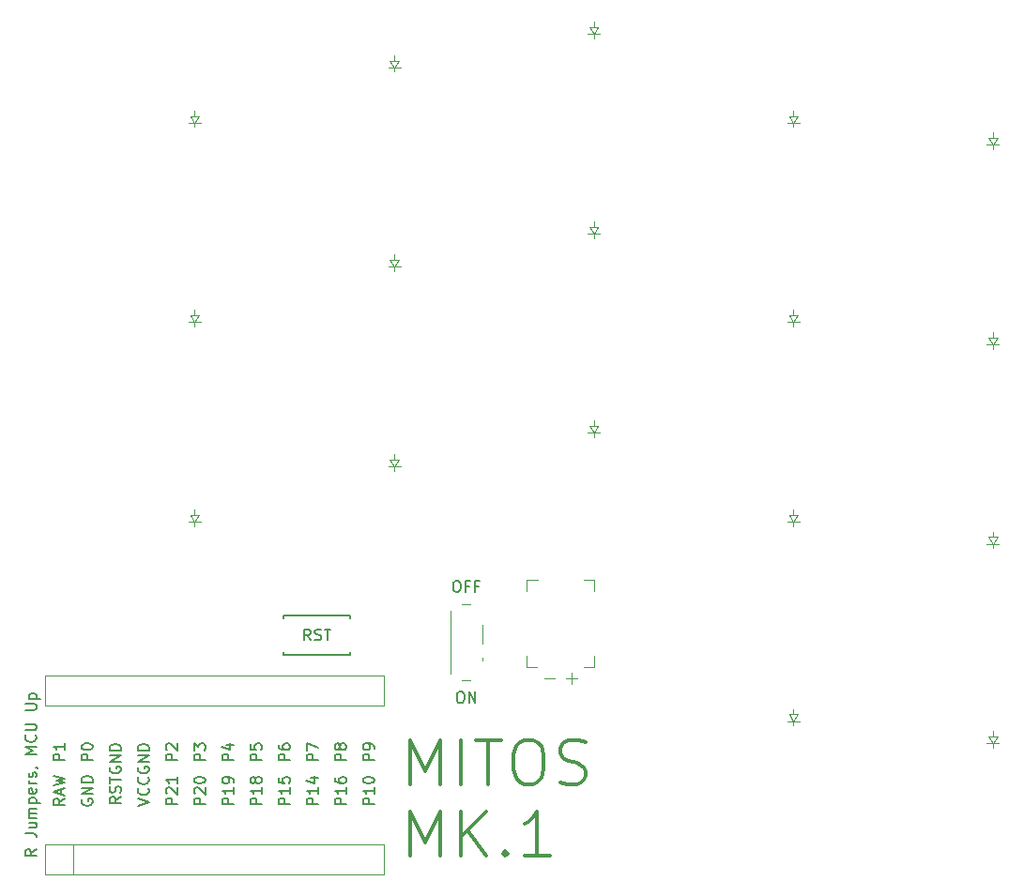
<source format=gbr>
%TF.GenerationSoftware,KiCad,Pcbnew,8.0.4*%
%TF.CreationDate,2024-08-16T23:13:17+08:00*%
%TF.ProjectId,board,626f6172-642e-46b6-9963-61645f706362,v1.0.0*%
%TF.SameCoordinates,Original*%
%TF.FileFunction,Legend,Top*%
%TF.FilePolarity,Positive*%
%FSLAX46Y46*%
G04 Gerber Fmt 4.6, Leading zero omitted, Abs format (unit mm)*
G04 Created by KiCad (PCBNEW 8.0.4) date 2024-08-16 23:13:17*
%MOMM*%
%LPD*%
G01*
G04 APERTURE LIST*
%ADD10C,0.375000*%
%ADD11C,0.150000*%
%ADD12C,0.120000*%
%ADD13C,0.100000*%
G04 APERTURE END LIST*
D10*
X201449090Y-177801200D02*
X201449090Y-173801200D01*
X201449090Y-173801200D02*
X202782424Y-176658343D01*
X202782424Y-176658343D02*
X204115757Y-173801200D01*
X204115757Y-173801200D02*
X204115757Y-177801200D01*
X206020519Y-177801200D02*
X206020519Y-173801200D01*
X207353853Y-173801200D02*
X209639567Y-173801200D01*
X208496710Y-177801200D02*
X208496710Y-173801200D01*
X211734805Y-173801200D02*
X212496710Y-173801200D01*
X212496710Y-173801200D02*
X212877662Y-173991676D01*
X212877662Y-173991676D02*
X213258615Y-174372628D01*
X213258615Y-174372628D02*
X213449091Y-175134533D01*
X213449091Y-175134533D02*
X213449091Y-176467866D01*
X213449091Y-176467866D02*
X213258615Y-177229771D01*
X213258615Y-177229771D02*
X212877662Y-177610724D01*
X212877662Y-177610724D02*
X212496710Y-177801200D01*
X212496710Y-177801200D02*
X211734805Y-177801200D01*
X211734805Y-177801200D02*
X211353853Y-177610724D01*
X211353853Y-177610724D02*
X210972900Y-177229771D01*
X210972900Y-177229771D02*
X210782424Y-176467866D01*
X210782424Y-176467866D02*
X210782424Y-175134533D01*
X210782424Y-175134533D02*
X210972900Y-174372628D01*
X210972900Y-174372628D02*
X211353853Y-173991676D01*
X211353853Y-173991676D02*
X211734805Y-173801200D01*
X214972900Y-177610724D02*
X215544329Y-177801200D01*
X215544329Y-177801200D02*
X216496710Y-177801200D01*
X216496710Y-177801200D02*
X216877662Y-177610724D01*
X216877662Y-177610724D02*
X217068138Y-177420247D01*
X217068138Y-177420247D02*
X217258615Y-177039295D01*
X217258615Y-177039295D02*
X217258615Y-176658343D01*
X217258615Y-176658343D02*
X217068138Y-176277390D01*
X217068138Y-176277390D02*
X216877662Y-176086914D01*
X216877662Y-176086914D02*
X216496710Y-175896438D01*
X216496710Y-175896438D02*
X215734805Y-175705962D01*
X215734805Y-175705962D02*
X215353853Y-175515485D01*
X215353853Y-175515485D02*
X215163376Y-175325009D01*
X215163376Y-175325009D02*
X214972900Y-174944057D01*
X214972900Y-174944057D02*
X214972900Y-174563104D01*
X214972900Y-174563104D02*
X215163376Y-174182152D01*
X215163376Y-174182152D02*
X215353853Y-173991676D01*
X215353853Y-173991676D02*
X215734805Y-173801200D01*
X215734805Y-173801200D02*
X216687186Y-173801200D01*
X216687186Y-173801200D02*
X217258615Y-173991676D01*
X201449090Y-184240976D02*
X201449090Y-180240976D01*
X201449090Y-180240976D02*
X202782424Y-183098119D01*
X202782424Y-183098119D02*
X204115757Y-180240976D01*
X204115757Y-180240976D02*
X204115757Y-184240976D01*
X206020519Y-184240976D02*
X206020519Y-180240976D01*
X208306234Y-184240976D02*
X206591948Y-181955261D01*
X208306234Y-180240976D02*
X206020519Y-182526690D01*
X210020519Y-183860023D02*
X210210996Y-184050500D01*
X210210996Y-184050500D02*
X210020519Y-184240976D01*
X210020519Y-184240976D02*
X209830043Y-184050500D01*
X209830043Y-184050500D02*
X210020519Y-183860023D01*
X210020519Y-183860023D02*
X210020519Y-184240976D01*
X214020520Y-184240976D02*
X211734805Y-184240976D01*
X212877662Y-184240976D02*
X212877662Y-180240976D01*
X212877662Y-180240976D02*
X212496710Y-180812404D01*
X212496710Y-180812404D02*
X212115758Y-181193357D01*
X212115758Y-181193357D02*
X211734805Y-181383833D01*
D11*
X205547619Y-159454819D02*
X205738095Y-159454819D01*
X205738095Y-159454819D02*
X205833333Y-159502438D01*
X205833333Y-159502438D02*
X205928571Y-159597676D01*
X205928571Y-159597676D02*
X205976190Y-159788152D01*
X205976190Y-159788152D02*
X205976190Y-160121485D01*
X205976190Y-160121485D02*
X205928571Y-160311961D01*
X205928571Y-160311961D02*
X205833333Y-160407200D01*
X205833333Y-160407200D02*
X205738095Y-160454819D01*
X205738095Y-160454819D02*
X205547619Y-160454819D01*
X205547619Y-160454819D02*
X205452381Y-160407200D01*
X205452381Y-160407200D02*
X205357143Y-160311961D01*
X205357143Y-160311961D02*
X205309524Y-160121485D01*
X205309524Y-160121485D02*
X205309524Y-159788152D01*
X205309524Y-159788152D02*
X205357143Y-159597676D01*
X205357143Y-159597676D02*
X205452381Y-159502438D01*
X205452381Y-159502438D02*
X205547619Y-159454819D01*
X206738095Y-159931009D02*
X206404762Y-159931009D01*
X206404762Y-160454819D02*
X206404762Y-159454819D01*
X206404762Y-159454819D02*
X206880952Y-159454819D01*
X207595238Y-159931009D02*
X207261905Y-159931009D01*
X207261905Y-160454819D02*
X207261905Y-159454819D01*
X207261905Y-159454819D02*
X207738095Y-159454819D01*
X205880952Y-169454819D02*
X206071428Y-169454819D01*
X206071428Y-169454819D02*
X206166666Y-169502438D01*
X206166666Y-169502438D02*
X206261904Y-169597676D01*
X206261904Y-169597676D02*
X206309523Y-169788152D01*
X206309523Y-169788152D02*
X206309523Y-170121485D01*
X206309523Y-170121485D02*
X206261904Y-170311961D01*
X206261904Y-170311961D02*
X206166666Y-170407200D01*
X206166666Y-170407200D02*
X206071428Y-170454819D01*
X206071428Y-170454819D02*
X205880952Y-170454819D01*
X205880952Y-170454819D02*
X205785714Y-170407200D01*
X205785714Y-170407200D02*
X205690476Y-170311961D01*
X205690476Y-170311961D02*
X205642857Y-170121485D01*
X205642857Y-170121485D02*
X205642857Y-169788152D01*
X205642857Y-169788152D02*
X205690476Y-169597676D01*
X205690476Y-169597676D02*
X205785714Y-169502438D01*
X205785714Y-169502438D02*
X205880952Y-169454819D01*
X206738095Y-170454819D02*
X206738095Y-169454819D01*
X206738095Y-169454819D02*
X207309523Y-170454819D01*
X207309523Y-170454819D02*
X207309523Y-169454819D01*
X192452380Y-164804819D02*
X192119047Y-164328628D01*
X191880952Y-164804819D02*
X191880952Y-163804819D01*
X191880952Y-163804819D02*
X192261904Y-163804819D01*
X192261904Y-163804819D02*
X192357142Y-163852438D01*
X192357142Y-163852438D02*
X192404761Y-163900057D01*
X192404761Y-163900057D02*
X192452380Y-163995295D01*
X192452380Y-163995295D02*
X192452380Y-164138152D01*
X192452380Y-164138152D02*
X192404761Y-164233390D01*
X192404761Y-164233390D02*
X192357142Y-164281009D01*
X192357142Y-164281009D02*
X192261904Y-164328628D01*
X192261904Y-164328628D02*
X191880952Y-164328628D01*
X192833333Y-164757200D02*
X192976190Y-164804819D01*
X192976190Y-164804819D02*
X193214285Y-164804819D01*
X193214285Y-164804819D02*
X193309523Y-164757200D01*
X193309523Y-164757200D02*
X193357142Y-164709580D01*
X193357142Y-164709580D02*
X193404761Y-164614342D01*
X193404761Y-164614342D02*
X193404761Y-164519104D01*
X193404761Y-164519104D02*
X193357142Y-164423866D01*
X193357142Y-164423866D02*
X193309523Y-164376247D01*
X193309523Y-164376247D02*
X193214285Y-164328628D01*
X193214285Y-164328628D02*
X193023809Y-164281009D01*
X193023809Y-164281009D02*
X192928571Y-164233390D01*
X192928571Y-164233390D02*
X192880952Y-164185771D01*
X192880952Y-164185771D02*
X192833333Y-164090533D01*
X192833333Y-164090533D02*
X192833333Y-163995295D01*
X192833333Y-163995295D02*
X192880952Y-163900057D01*
X192880952Y-163900057D02*
X192928571Y-163852438D01*
X192928571Y-163852438D02*
X193023809Y-163804819D01*
X193023809Y-163804819D02*
X193261904Y-163804819D01*
X193261904Y-163804819D02*
X193404761Y-163852438D01*
X193690476Y-163804819D02*
X194261904Y-163804819D01*
X193976190Y-164804819D02*
X193976190Y-163804819D01*
X195654819Y-179614285D02*
X194654819Y-179614285D01*
X194654819Y-179614285D02*
X194654819Y-179233333D01*
X194654819Y-179233333D02*
X194702438Y-179138095D01*
X194702438Y-179138095D02*
X194750057Y-179090476D01*
X194750057Y-179090476D02*
X194845295Y-179042857D01*
X194845295Y-179042857D02*
X194988152Y-179042857D01*
X194988152Y-179042857D02*
X195083390Y-179090476D01*
X195083390Y-179090476D02*
X195131009Y-179138095D01*
X195131009Y-179138095D02*
X195178628Y-179233333D01*
X195178628Y-179233333D02*
X195178628Y-179614285D01*
X195654819Y-178090476D02*
X195654819Y-178661904D01*
X195654819Y-178376190D02*
X194654819Y-178376190D01*
X194654819Y-178376190D02*
X194797676Y-178471428D01*
X194797676Y-178471428D02*
X194892914Y-178566666D01*
X194892914Y-178566666D02*
X194940533Y-178661904D01*
X194654819Y-177233333D02*
X194654819Y-177423809D01*
X194654819Y-177423809D02*
X194702438Y-177519047D01*
X194702438Y-177519047D02*
X194750057Y-177566666D01*
X194750057Y-177566666D02*
X194892914Y-177661904D01*
X194892914Y-177661904D02*
X195083390Y-177709523D01*
X195083390Y-177709523D02*
X195464342Y-177709523D01*
X195464342Y-177709523D02*
X195559580Y-177661904D01*
X195559580Y-177661904D02*
X195607200Y-177614285D01*
X195607200Y-177614285D02*
X195654819Y-177519047D01*
X195654819Y-177519047D02*
X195654819Y-177328571D01*
X195654819Y-177328571D02*
X195607200Y-177233333D01*
X195607200Y-177233333D02*
X195559580Y-177185714D01*
X195559580Y-177185714D02*
X195464342Y-177138095D01*
X195464342Y-177138095D02*
X195226247Y-177138095D01*
X195226247Y-177138095D02*
X195131009Y-177185714D01*
X195131009Y-177185714D02*
X195083390Y-177233333D01*
X195083390Y-177233333D02*
X195035771Y-177328571D01*
X195035771Y-177328571D02*
X195035771Y-177519047D01*
X195035771Y-177519047D02*
X195083390Y-177614285D01*
X195083390Y-177614285D02*
X195131009Y-177661904D01*
X195131009Y-177661904D02*
X195226247Y-177709523D01*
X182954819Y-179614285D02*
X181954819Y-179614285D01*
X181954819Y-179614285D02*
X181954819Y-179233333D01*
X181954819Y-179233333D02*
X182002438Y-179138095D01*
X182002438Y-179138095D02*
X182050057Y-179090476D01*
X182050057Y-179090476D02*
X182145295Y-179042857D01*
X182145295Y-179042857D02*
X182288152Y-179042857D01*
X182288152Y-179042857D02*
X182383390Y-179090476D01*
X182383390Y-179090476D02*
X182431009Y-179138095D01*
X182431009Y-179138095D02*
X182478628Y-179233333D01*
X182478628Y-179233333D02*
X182478628Y-179614285D01*
X182050057Y-178661904D02*
X182002438Y-178614285D01*
X182002438Y-178614285D02*
X181954819Y-178519047D01*
X181954819Y-178519047D02*
X181954819Y-178280952D01*
X181954819Y-178280952D02*
X182002438Y-178185714D01*
X182002438Y-178185714D02*
X182050057Y-178138095D01*
X182050057Y-178138095D02*
X182145295Y-178090476D01*
X182145295Y-178090476D02*
X182240533Y-178090476D01*
X182240533Y-178090476D02*
X182383390Y-178138095D01*
X182383390Y-178138095D02*
X182954819Y-178709523D01*
X182954819Y-178709523D02*
X182954819Y-178090476D01*
X181954819Y-177471428D02*
X181954819Y-177376190D01*
X181954819Y-177376190D02*
X182002438Y-177280952D01*
X182002438Y-177280952D02*
X182050057Y-177233333D01*
X182050057Y-177233333D02*
X182145295Y-177185714D01*
X182145295Y-177185714D02*
X182335771Y-177138095D01*
X182335771Y-177138095D02*
X182573866Y-177138095D01*
X182573866Y-177138095D02*
X182764342Y-177185714D01*
X182764342Y-177185714D02*
X182859580Y-177233333D01*
X182859580Y-177233333D02*
X182907200Y-177280952D01*
X182907200Y-177280952D02*
X182954819Y-177376190D01*
X182954819Y-177376190D02*
X182954819Y-177471428D01*
X182954819Y-177471428D02*
X182907200Y-177566666D01*
X182907200Y-177566666D02*
X182859580Y-177614285D01*
X182859580Y-177614285D02*
X182764342Y-177661904D01*
X182764342Y-177661904D02*
X182573866Y-177709523D01*
X182573866Y-177709523D02*
X182335771Y-177709523D01*
X182335771Y-177709523D02*
X182145295Y-177661904D01*
X182145295Y-177661904D02*
X182050057Y-177614285D01*
X182050057Y-177614285D02*
X182002438Y-177566666D01*
X182002438Y-177566666D02*
X181954819Y-177471428D01*
X185494819Y-175648094D02*
X184494819Y-175648094D01*
X184494819Y-175648094D02*
X184494819Y-175267142D01*
X184494819Y-175267142D02*
X184542438Y-175171904D01*
X184542438Y-175171904D02*
X184590057Y-175124285D01*
X184590057Y-175124285D02*
X184685295Y-175076666D01*
X184685295Y-175076666D02*
X184828152Y-175076666D01*
X184828152Y-175076666D02*
X184923390Y-175124285D01*
X184923390Y-175124285D02*
X184971009Y-175171904D01*
X184971009Y-175171904D02*
X185018628Y-175267142D01*
X185018628Y-175267142D02*
X185018628Y-175648094D01*
X184828152Y-174219523D02*
X185494819Y-174219523D01*
X184447200Y-174457618D02*
X185161485Y-174695713D01*
X185161485Y-174695713D02*
X185161485Y-174076666D01*
X180414819Y-179614285D02*
X179414819Y-179614285D01*
X179414819Y-179614285D02*
X179414819Y-179233333D01*
X179414819Y-179233333D02*
X179462438Y-179138095D01*
X179462438Y-179138095D02*
X179510057Y-179090476D01*
X179510057Y-179090476D02*
X179605295Y-179042857D01*
X179605295Y-179042857D02*
X179748152Y-179042857D01*
X179748152Y-179042857D02*
X179843390Y-179090476D01*
X179843390Y-179090476D02*
X179891009Y-179138095D01*
X179891009Y-179138095D02*
X179938628Y-179233333D01*
X179938628Y-179233333D02*
X179938628Y-179614285D01*
X179510057Y-178661904D02*
X179462438Y-178614285D01*
X179462438Y-178614285D02*
X179414819Y-178519047D01*
X179414819Y-178519047D02*
X179414819Y-178280952D01*
X179414819Y-178280952D02*
X179462438Y-178185714D01*
X179462438Y-178185714D02*
X179510057Y-178138095D01*
X179510057Y-178138095D02*
X179605295Y-178090476D01*
X179605295Y-178090476D02*
X179700533Y-178090476D01*
X179700533Y-178090476D02*
X179843390Y-178138095D01*
X179843390Y-178138095D02*
X180414819Y-178709523D01*
X180414819Y-178709523D02*
X180414819Y-178090476D01*
X180414819Y-177138095D02*
X180414819Y-177709523D01*
X180414819Y-177423809D02*
X179414819Y-177423809D01*
X179414819Y-177423809D02*
X179557676Y-177519047D01*
X179557676Y-177519047D02*
X179652914Y-177614285D01*
X179652914Y-177614285D02*
X179700533Y-177709523D01*
X190574819Y-179614285D02*
X189574819Y-179614285D01*
X189574819Y-179614285D02*
X189574819Y-179233333D01*
X189574819Y-179233333D02*
X189622438Y-179138095D01*
X189622438Y-179138095D02*
X189670057Y-179090476D01*
X189670057Y-179090476D02*
X189765295Y-179042857D01*
X189765295Y-179042857D02*
X189908152Y-179042857D01*
X189908152Y-179042857D02*
X190003390Y-179090476D01*
X190003390Y-179090476D02*
X190051009Y-179138095D01*
X190051009Y-179138095D02*
X190098628Y-179233333D01*
X190098628Y-179233333D02*
X190098628Y-179614285D01*
X190574819Y-178090476D02*
X190574819Y-178661904D01*
X190574819Y-178376190D02*
X189574819Y-178376190D01*
X189574819Y-178376190D02*
X189717676Y-178471428D01*
X189717676Y-178471428D02*
X189812914Y-178566666D01*
X189812914Y-178566666D02*
X189860533Y-178661904D01*
X189574819Y-177185714D02*
X189574819Y-177661904D01*
X189574819Y-177661904D02*
X190051009Y-177709523D01*
X190051009Y-177709523D02*
X190003390Y-177661904D01*
X190003390Y-177661904D02*
X189955771Y-177566666D01*
X189955771Y-177566666D02*
X189955771Y-177328571D01*
X189955771Y-177328571D02*
X190003390Y-177233333D01*
X190003390Y-177233333D02*
X190051009Y-177185714D01*
X190051009Y-177185714D02*
X190146247Y-177138095D01*
X190146247Y-177138095D02*
X190384342Y-177138095D01*
X190384342Y-177138095D02*
X190479580Y-177185714D01*
X190479580Y-177185714D02*
X190527200Y-177233333D01*
X190527200Y-177233333D02*
X190574819Y-177328571D01*
X190574819Y-177328571D02*
X190574819Y-177566666D01*
X190574819Y-177566666D02*
X190527200Y-177661904D01*
X190527200Y-177661904D02*
X190479580Y-177709523D01*
X176922438Y-176261904D02*
X176874819Y-176357142D01*
X176874819Y-176357142D02*
X176874819Y-176499999D01*
X176874819Y-176499999D02*
X176922438Y-176642856D01*
X176922438Y-176642856D02*
X177017676Y-176738094D01*
X177017676Y-176738094D02*
X177112914Y-176785713D01*
X177112914Y-176785713D02*
X177303390Y-176833332D01*
X177303390Y-176833332D02*
X177446247Y-176833332D01*
X177446247Y-176833332D02*
X177636723Y-176785713D01*
X177636723Y-176785713D02*
X177731961Y-176738094D01*
X177731961Y-176738094D02*
X177827200Y-176642856D01*
X177827200Y-176642856D02*
X177874819Y-176499999D01*
X177874819Y-176499999D02*
X177874819Y-176404761D01*
X177874819Y-176404761D02*
X177827200Y-176261904D01*
X177827200Y-176261904D02*
X177779580Y-176214285D01*
X177779580Y-176214285D02*
X177446247Y-176214285D01*
X177446247Y-176214285D02*
X177446247Y-176404761D01*
X177874819Y-175785713D02*
X176874819Y-175785713D01*
X176874819Y-175785713D02*
X177874819Y-175214285D01*
X177874819Y-175214285D02*
X176874819Y-175214285D01*
X177874819Y-174738094D02*
X176874819Y-174738094D01*
X176874819Y-174738094D02*
X176874819Y-174499999D01*
X176874819Y-174499999D02*
X176922438Y-174357142D01*
X176922438Y-174357142D02*
X177017676Y-174261904D01*
X177017676Y-174261904D02*
X177112914Y-174214285D01*
X177112914Y-174214285D02*
X177303390Y-174166666D01*
X177303390Y-174166666D02*
X177446247Y-174166666D01*
X177446247Y-174166666D02*
X177636723Y-174214285D01*
X177636723Y-174214285D02*
X177731961Y-174261904D01*
X177731961Y-174261904D02*
X177827200Y-174357142D01*
X177827200Y-174357142D02*
X177874819Y-174499999D01*
X177874819Y-174499999D02*
X177874819Y-174738094D01*
X190574819Y-175648094D02*
X189574819Y-175648094D01*
X189574819Y-175648094D02*
X189574819Y-175267142D01*
X189574819Y-175267142D02*
X189622438Y-175171904D01*
X189622438Y-175171904D02*
X189670057Y-175124285D01*
X189670057Y-175124285D02*
X189765295Y-175076666D01*
X189765295Y-175076666D02*
X189908152Y-175076666D01*
X189908152Y-175076666D02*
X190003390Y-175124285D01*
X190003390Y-175124285D02*
X190051009Y-175171904D01*
X190051009Y-175171904D02*
X190098628Y-175267142D01*
X190098628Y-175267142D02*
X190098628Y-175648094D01*
X189574819Y-174219523D02*
X189574819Y-174409999D01*
X189574819Y-174409999D02*
X189622438Y-174505237D01*
X189622438Y-174505237D02*
X189670057Y-174552856D01*
X189670057Y-174552856D02*
X189812914Y-174648094D01*
X189812914Y-174648094D02*
X190003390Y-174695713D01*
X190003390Y-174695713D02*
X190384342Y-174695713D01*
X190384342Y-174695713D02*
X190479580Y-174648094D01*
X190479580Y-174648094D02*
X190527200Y-174600475D01*
X190527200Y-174600475D02*
X190574819Y-174505237D01*
X190574819Y-174505237D02*
X190574819Y-174314761D01*
X190574819Y-174314761D02*
X190527200Y-174219523D01*
X190527200Y-174219523D02*
X190479580Y-174171904D01*
X190479580Y-174171904D02*
X190384342Y-174124285D01*
X190384342Y-174124285D02*
X190146247Y-174124285D01*
X190146247Y-174124285D02*
X190051009Y-174171904D01*
X190051009Y-174171904D02*
X190003390Y-174219523D01*
X190003390Y-174219523D02*
X189955771Y-174314761D01*
X189955771Y-174314761D02*
X189955771Y-174505237D01*
X189955771Y-174505237D02*
X190003390Y-174600475D01*
X190003390Y-174600475D02*
X190051009Y-174648094D01*
X190051009Y-174648094D02*
X190146247Y-174695713D01*
X198194819Y-179614285D02*
X197194819Y-179614285D01*
X197194819Y-179614285D02*
X197194819Y-179233333D01*
X197194819Y-179233333D02*
X197242438Y-179138095D01*
X197242438Y-179138095D02*
X197290057Y-179090476D01*
X197290057Y-179090476D02*
X197385295Y-179042857D01*
X197385295Y-179042857D02*
X197528152Y-179042857D01*
X197528152Y-179042857D02*
X197623390Y-179090476D01*
X197623390Y-179090476D02*
X197671009Y-179138095D01*
X197671009Y-179138095D02*
X197718628Y-179233333D01*
X197718628Y-179233333D02*
X197718628Y-179614285D01*
X198194819Y-178090476D02*
X198194819Y-178661904D01*
X198194819Y-178376190D02*
X197194819Y-178376190D01*
X197194819Y-178376190D02*
X197337676Y-178471428D01*
X197337676Y-178471428D02*
X197432914Y-178566666D01*
X197432914Y-178566666D02*
X197480533Y-178661904D01*
X197194819Y-177471428D02*
X197194819Y-177376190D01*
X197194819Y-177376190D02*
X197242438Y-177280952D01*
X197242438Y-177280952D02*
X197290057Y-177233333D01*
X197290057Y-177233333D02*
X197385295Y-177185714D01*
X197385295Y-177185714D02*
X197575771Y-177138095D01*
X197575771Y-177138095D02*
X197813866Y-177138095D01*
X197813866Y-177138095D02*
X198004342Y-177185714D01*
X198004342Y-177185714D02*
X198099580Y-177233333D01*
X198099580Y-177233333D02*
X198147200Y-177280952D01*
X198147200Y-177280952D02*
X198194819Y-177376190D01*
X198194819Y-177376190D02*
X198194819Y-177471428D01*
X198194819Y-177471428D02*
X198147200Y-177566666D01*
X198147200Y-177566666D02*
X198099580Y-177614285D01*
X198099580Y-177614285D02*
X198004342Y-177661904D01*
X198004342Y-177661904D02*
X197813866Y-177709523D01*
X197813866Y-177709523D02*
X197575771Y-177709523D01*
X197575771Y-177709523D02*
X197385295Y-177661904D01*
X197385295Y-177661904D02*
X197290057Y-177614285D01*
X197290057Y-177614285D02*
X197242438Y-177566666D01*
X197242438Y-177566666D02*
X197194819Y-177471428D01*
X193114819Y-179614285D02*
X192114819Y-179614285D01*
X192114819Y-179614285D02*
X192114819Y-179233333D01*
X192114819Y-179233333D02*
X192162438Y-179138095D01*
X192162438Y-179138095D02*
X192210057Y-179090476D01*
X192210057Y-179090476D02*
X192305295Y-179042857D01*
X192305295Y-179042857D02*
X192448152Y-179042857D01*
X192448152Y-179042857D02*
X192543390Y-179090476D01*
X192543390Y-179090476D02*
X192591009Y-179138095D01*
X192591009Y-179138095D02*
X192638628Y-179233333D01*
X192638628Y-179233333D02*
X192638628Y-179614285D01*
X193114819Y-178090476D02*
X193114819Y-178661904D01*
X193114819Y-178376190D02*
X192114819Y-178376190D01*
X192114819Y-178376190D02*
X192257676Y-178471428D01*
X192257676Y-178471428D02*
X192352914Y-178566666D01*
X192352914Y-178566666D02*
X192400533Y-178661904D01*
X192448152Y-177233333D02*
X193114819Y-177233333D01*
X192067200Y-177471428D02*
X192781485Y-177709523D01*
X192781485Y-177709523D02*
X192781485Y-177090476D01*
X171842438Y-179161904D02*
X171794819Y-179257142D01*
X171794819Y-179257142D02*
X171794819Y-179399999D01*
X171794819Y-179399999D02*
X171842438Y-179542856D01*
X171842438Y-179542856D02*
X171937676Y-179638094D01*
X171937676Y-179638094D02*
X172032914Y-179685713D01*
X172032914Y-179685713D02*
X172223390Y-179733332D01*
X172223390Y-179733332D02*
X172366247Y-179733332D01*
X172366247Y-179733332D02*
X172556723Y-179685713D01*
X172556723Y-179685713D02*
X172651961Y-179638094D01*
X172651961Y-179638094D02*
X172747200Y-179542856D01*
X172747200Y-179542856D02*
X172794819Y-179399999D01*
X172794819Y-179399999D02*
X172794819Y-179304761D01*
X172794819Y-179304761D02*
X172747200Y-179161904D01*
X172747200Y-179161904D02*
X172699580Y-179114285D01*
X172699580Y-179114285D02*
X172366247Y-179114285D01*
X172366247Y-179114285D02*
X172366247Y-179304761D01*
X172794819Y-178685713D02*
X171794819Y-178685713D01*
X171794819Y-178685713D02*
X172794819Y-178114285D01*
X172794819Y-178114285D02*
X171794819Y-178114285D01*
X172794819Y-177638094D02*
X171794819Y-177638094D01*
X171794819Y-177638094D02*
X171794819Y-177399999D01*
X171794819Y-177399999D02*
X171842438Y-177257142D01*
X171842438Y-177257142D02*
X171937676Y-177161904D01*
X171937676Y-177161904D02*
X172032914Y-177114285D01*
X172032914Y-177114285D02*
X172223390Y-177066666D01*
X172223390Y-177066666D02*
X172366247Y-177066666D01*
X172366247Y-177066666D02*
X172556723Y-177114285D01*
X172556723Y-177114285D02*
X172651961Y-177161904D01*
X172651961Y-177161904D02*
X172747200Y-177257142D01*
X172747200Y-177257142D02*
X172794819Y-177399999D01*
X172794819Y-177399999D02*
X172794819Y-177638094D01*
X198194819Y-175648094D02*
X197194819Y-175648094D01*
X197194819Y-175648094D02*
X197194819Y-175267142D01*
X197194819Y-175267142D02*
X197242438Y-175171904D01*
X197242438Y-175171904D02*
X197290057Y-175124285D01*
X197290057Y-175124285D02*
X197385295Y-175076666D01*
X197385295Y-175076666D02*
X197528152Y-175076666D01*
X197528152Y-175076666D02*
X197623390Y-175124285D01*
X197623390Y-175124285D02*
X197671009Y-175171904D01*
X197671009Y-175171904D02*
X197718628Y-175267142D01*
X197718628Y-175267142D02*
X197718628Y-175648094D01*
X198194819Y-174600475D02*
X198194819Y-174409999D01*
X198194819Y-174409999D02*
X198147200Y-174314761D01*
X198147200Y-174314761D02*
X198099580Y-174267142D01*
X198099580Y-174267142D02*
X197956723Y-174171904D01*
X197956723Y-174171904D02*
X197766247Y-174124285D01*
X197766247Y-174124285D02*
X197385295Y-174124285D01*
X197385295Y-174124285D02*
X197290057Y-174171904D01*
X197290057Y-174171904D02*
X197242438Y-174219523D01*
X197242438Y-174219523D02*
X197194819Y-174314761D01*
X197194819Y-174314761D02*
X197194819Y-174505237D01*
X197194819Y-174505237D02*
X197242438Y-174600475D01*
X197242438Y-174600475D02*
X197290057Y-174648094D01*
X197290057Y-174648094D02*
X197385295Y-174695713D01*
X197385295Y-174695713D02*
X197623390Y-174695713D01*
X197623390Y-174695713D02*
X197718628Y-174648094D01*
X197718628Y-174648094D02*
X197766247Y-174600475D01*
X197766247Y-174600475D02*
X197813866Y-174505237D01*
X197813866Y-174505237D02*
X197813866Y-174314761D01*
X197813866Y-174314761D02*
X197766247Y-174219523D01*
X197766247Y-174219523D02*
X197718628Y-174171904D01*
X197718628Y-174171904D02*
X197623390Y-174124285D01*
X188034819Y-179614285D02*
X187034819Y-179614285D01*
X187034819Y-179614285D02*
X187034819Y-179233333D01*
X187034819Y-179233333D02*
X187082438Y-179138095D01*
X187082438Y-179138095D02*
X187130057Y-179090476D01*
X187130057Y-179090476D02*
X187225295Y-179042857D01*
X187225295Y-179042857D02*
X187368152Y-179042857D01*
X187368152Y-179042857D02*
X187463390Y-179090476D01*
X187463390Y-179090476D02*
X187511009Y-179138095D01*
X187511009Y-179138095D02*
X187558628Y-179233333D01*
X187558628Y-179233333D02*
X187558628Y-179614285D01*
X188034819Y-178090476D02*
X188034819Y-178661904D01*
X188034819Y-178376190D02*
X187034819Y-178376190D01*
X187034819Y-178376190D02*
X187177676Y-178471428D01*
X187177676Y-178471428D02*
X187272914Y-178566666D01*
X187272914Y-178566666D02*
X187320533Y-178661904D01*
X187463390Y-177519047D02*
X187415771Y-177614285D01*
X187415771Y-177614285D02*
X187368152Y-177661904D01*
X187368152Y-177661904D02*
X187272914Y-177709523D01*
X187272914Y-177709523D02*
X187225295Y-177709523D01*
X187225295Y-177709523D02*
X187130057Y-177661904D01*
X187130057Y-177661904D02*
X187082438Y-177614285D01*
X187082438Y-177614285D02*
X187034819Y-177519047D01*
X187034819Y-177519047D02*
X187034819Y-177328571D01*
X187034819Y-177328571D02*
X187082438Y-177233333D01*
X187082438Y-177233333D02*
X187130057Y-177185714D01*
X187130057Y-177185714D02*
X187225295Y-177138095D01*
X187225295Y-177138095D02*
X187272914Y-177138095D01*
X187272914Y-177138095D02*
X187368152Y-177185714D01*
X187368152Y-177185714D02*
X187415771Y-177233333D01*
X187415771Y-177233333D02*
X187463390Y-177328571D01*
X187463390Y-177328571D02*
X187463390Y-177519047D01*
X187463390Y-177519047D02*
X187511009Y-177614285D01*
X187511009Y-177614285D02*
X187558628Y-177661904D01*
X187558628Y-177661904D02*
X187653866Y-177709523D01*
X187653866Y-177709523D02*
X187844342Y-177709523D01*
X187844342Y-177709523D02*
X187939580Y-177661904D01*
X187939580Y-177661904D02*
X187987200Y-177614285D01*
X187987200Y-177614285D02*
X188034819Y-177519047D01*
X188034819Y-177519047D02*
X188034819Y-177328571D01*
X188034819Y-177328571D02*
X187987200Y-177233333D01*
X187987200Y-177233333D02*
X187939580Y-177185714D01*
X187939580Y-177185714D02*
X187844342Y-177138095D01*
X187844342Y-177138095D02*
X187653866Y-177138095D01*
X187653866Y-177138095D02*
X187558628Y-177185714D01*
X187558628Y-177185714D02*
X187511009Y-177233333D01*
X187511009Y-177233333D02*
X187463390Y-177328571D01*
X185494819Y-179614285D02*
X184494819Y-179614285D01*
X184494819Y-179614285D02*
X184494819Y-179233333D01*
X184494819Y-179233333D02*
X184542438Y-179138095D01*
X184542438Y-179138095D02*
X184590057Y-179090476D01*
X184590057Y-179090476D02*
X184685295Y-179042857D01*
X184685295Y-179042857D02*
X184828152Y-179042857D01*
X184828152Y-179042857D02*
X184923390Y-179090476D01*
X184923390Y-179090476D02*
X184971009Y-179138095D01*
X184971009Y-179138095D02*
X185018628Y-179233333D01*
X185018628Y-179233333D02*
X185018628Y-179614285D01*
X185494819Y-178090476D02*
X185494819Y-178661904D01*
X185494819Y-178376190D02*
X184494819Y-178376190D01*
X184494819Y-178376190D02*
X184637676Y-178471428D01*
X184637676Y-178471428D02*
X184732914Y-178566666D01*
X184732914Y-178566666D02*
X184780533Y-178661904D01*
X185494819Y-177614285D02*
X185494819Y-177423809D01*
X185494819Y-177423809D02*
X185447200Y-177328571D01*
X185447200Y-177328571D02*
X185399580Y-177280952D01*
X185399580Y-177280952D02*
X185256723Y-177185714D01*
X185256723Y-177185714D02*
X185066247Y-177138095D01*
X185066247Y-177138095D02*
X184685295Y-177138095D01*
X184685295Y-177138095D02*
X184590057Y-177185714D01*
X184590057Y-177185714D02*
X184542438Y-177233333D01*
X184542438Y-177233333D02*
X184494819Y-177328571D01*
X184494819Y-177328571D02*
X184494819Y-177519047D01*
X184494819Y-177519047D02*
X184542438Y-177614285D01*
X184542438Y-177614285D02*
X184590057Y-177661904D01*
X184590057Y-177661904D02*
X184685295Y-177709523D01*
X184685295Y-177709523D02*
X184923390Y-177709523D01*
X184923390Y-177709523D02*
X185018628Y-177661904D01*
X185018628Y-177661904D02*
X185066247Y-177614285D01*
X185066247Y-177614285D02*
X185113866Y-177519047D01*
X185113866Y-177519047D02*
X185113866Y-177328571D01*
X185113866Y-177328571D02*
X185066247Y-177233333D01*
X185066247Y-177233333D02*
X185018628Y-177185714D01*
X185018628Y-177185714D02*
X184923390Y-177138095D01*
X170254819Y-175648094D02*
X169254819Y-175648094D01*
X169254819Y-175648094D02*
X169254819Y-175267142D01*
X169254819Y-175267142D02*
X169302438Y-175171904D01*
X169302438Y-175171904D02*
X169350057Y-175124285D01*
X169350057Y-175124285D02*
X169445295Y-175076666D01*
X169445295Y-175076666D02*
X169588152Y-175076666D01*
X169588152Y-175076666D02*
X169683390Y-175124285D01*
X169683390Y-175124285D02*
X169731009Y-175171904D01*
X169731009Y-175171904D02*
X169778628Y-175267142D01*
X169778628Y-175267142D02*
X169778628Y-175648094D01*
X170254819Y-174124285D02*
X170254819Y-174695713D01*
X170254819Y-174409999D02*
X169254819Y-174409999D01*
X169254819Y-174409999D02*
X169397676Y-174505237D01*
X169397676Y-174505237D02*
X169492914Y-174600475D01*
X169492914Y-174600475D02*
X169540533Y-174695713D01*
X174382438Y-176261904D02*
X174334819Y-176357142D01*
X174334819Y-176357142D02*
X174334819Y-176499999D01*
X174334819Y-176499999D02*
X174382438Y-176642856D01*
X174382438Y-176642856D02*
X174477676Y-176738094D01*
X174477676Y-176738094D02*
X174572914Y-176785713D01*
X174572914Y-176785713D02*
X174763390Y-176833332D01*
X174763390Y-176833332D02*
X174906247Y-176833332D01*
X174906247Y-176833332D02*
X175096723Y-176785713D01*
X175096723Y-176785713D02*
X175191961Y-176738094D01*
X175191961Y-176738094D02*
X175287200Y-176642856D01*
X175287200Y-176642856D02*
X175334819Y-176499999D01*
X175334819Y-176499999D02*
X175334819Y-176404761D01*
X175334819Y-176404761D02*
X175287200Y-176261904D01*
X175287200Y-176261904D02*
X175239580Y-176214285D01*
X175239580Y-176214285D02*
X174906247Y-176214285D01*
X174906247Y-176214285D02*
X174906247Y-176404761D01*
X175334819Y-175785713D02*
X174334819Y-175785713D01*
X174334819Y-175785713D02*
X175334819Y-175214285D01*
X175334819Y-175214285D02*
X174334819Y-175214285D01*
X175334819Y-174738094D02*
X174334819Y-174738094D01*
X174334819Y-174738094D02*
X174334819Y-174499999D01*
X174334819Y-174499999D02*
X174382438Y-174357142D01*
X174382438Y-174357142D02*
X174477676Y-174261904D01*
X174477676Y-174261904D02*
X174572914Y-174214285D01*
X174572914Y-174214285D02*
X174763390Y-174166666D01*
X174763390Y-174166666D02*
X174906247Y-174166666D01*
X174906247Y-174166666D02*
X175096723Y-174214285D01*
X175096723Y-174214285D02*
X175191961Y-174261904D01*
X175191961Y-174261904D02*
X175287200Y-174357142D01*
X175287200Y-174357142D02*
X175334819Y-174499999D01*
X175334819Y-174499999D02*
X175334819Y-174738094D01*
X172794819Y-175648094D02*
X171794819Y-175648094D01*
X171794819Y-175648094D02*
X171794819Y-175267142D01*
X171794819Y-175267142D02*
X171842438Y-175171904D01*
X171842438Y-175171904D02*
X171890057Y-175124285D01*
X171890057Y-175124285D02*
X171985295Y-175076666D01*
X171985295Y-175076666D02*
X172128152Y-175076666D01*
X172128152Y-175076666D02*
X172223390Y-175124285D01*
X172223390Y-175124285D02*
X172271009Y-175171904D01*
X172271009Y-175171904D02*
X172318628Y-175267142D01*
X172318628Y-175267142D02*
X172318628Y-175648094D01*
X171794819Y-174457618D02*
X171794819Y-174362380D01*
X171794819Y-174362380D02*
X171842438Y-174267142D01*
X171842438Y-174267142D02*
X171890057Y-174219523D01*
X171890057Y-174219523D02*
X171985295Y-174171904D01*
X171985295Y-174171904D02*
X172175771Y-174124285D01*
X172175771Y-174124285D02*
X172413866Y-174124285D01*
X172413866Y-174124285D02*
X172604342Y-174171904D01*
X172604342Y-174171904D02*
X172699580Y-174219523D01*
X172699580Y-174219523D02*
X172747200Y-174267142D01*
X172747200Y-174267142D02*
X172794819Y-174362380D01*
X172794819Y-174362380D02*
X172794819Y-174457618D01*
X172794819Y-174457618D02*
X172747200Y-174552856D01*
X172747200Y-174552856D02*
X172699580Y-174600475D01*
X172699580Y-174600475D02*
X172604342Y-174648094D01*
X172604342Y-174648094D02*
X172413866Y-174695713D01*
X172413866Y-174695713D02*
X172175771Y-174695713D01*
X172175771Y-174695713D02*
X171985295Y-174648094D01*
X171985295Y-174648094D02*
X171890057Y-174600475D01*
X171890057Y-174600475D02*
X171842438Y-174552856D01*
X171842438Y-174552856D02*
X171794819Y-174457618D01*
X175334819Y-178947619D02*
X174858628Y-179280952D01*
X175334819Y-179519047D02*
X174334819Y-179519047D01*
X174334819Y-179519047D02*
X174334819Y-179138095D01*
X174334819Y-179138095D02*
X174382438Y-179042857D01*
X174382438Y-179042857D02*
X174430057Y-178995238D01*
X174430057Y-178995238D02*
X174525295Y-178947619D01*
X174525295Y-178947619D02*
X174668152Y-178947619D01*
X174668152Y-178947619D02*
X174763390Y-178995238D01*
X174763390Y-178995238D02*
X174811009Y-179042857D01*
X174811009Y-179042857D02*
X174858628Y-179138095D01*
X174858628Y-179138095D02*
X174858628Y-179519047D01*
X175287200Y-178566666D02*
X175334819Y-178423809D01*
X175334819Y-178423809D02*
X175334819Y-178185714D01*
X175334819Y-178185714D02*
X175287200Y-178090476D01*
X175287200Y-178090476D02*
X175239580Y-178042857D01*
X175239580Y-178042857D02*
X175144342Y-177995238D01*
X175144342Y-177995238D02*
X175049104Y-177995238D01*
X175049104Y-177995238D02*
X174953866Y-178042857D01*
X174953866Y-178042857D02*
X174906247Y-178090476D01*
X174906247Y-178090476D02*
X174858628Y-178185714D01*
X174858628Y-178185714D02*
X174811009Y-178376190D01*
X174811009Y-178376190D02*
X174763390Y-178471428D01*
X174763390Y-178471428D02*
X174715771Y-178519047D01*
X174715771Y-178519047D02*
X174620533Y-178566666D01*
X174620533Y-178566666D02*
X174525295Y-178566666D01*
X174525295Y-178566666D02*
X174430057Y-178519047D01*
X174430057Y-178519047D02*
X174382438Y-178471428D01*
X174382438Y-178471428D02*
X174334819Y-178376190D01*
X174334819Y-178376190D02*
X174334819Y-178138095D01*
X174334819Y-178138095D02*
X174382438Y-177995238D01*
X174334819Y-177709523D02*
X174334819Y-177138095D01*
X175334819Y-177423809D02*
X174334819Y-177423809D01*
X182954819Y-175648094D02*
X181954819Y-175648094D01*
X181954819Y-175648094D02*
X181954819Y-175267142D01*
X181954819Y-175267142D02*
X182002438Y-175171904D01*
X182002438Y-175171904D02*
X182050057Y-175124285D01*
X182050057Y-175124285D02*
X182145295Y-175076666D01*
X182145295Y-175076666D02*
X182288152Y-175076666D01*
X182288152Y-175076666D02*
X182383390Y-175124285D01*
X182383390Y-175124285D02*
X182431009Y-175171904D01*
X182431009Y-175171904D02*
X182478628Y-175267142D01*
X182478628Y-175267142D02*
X182478628Y-175648094D01*
X181954819Y-174743332D02*
X181954819Y-174124285D01*
X181954819Y-174124285D02*
X182335771Y-174457618D01*
X182335771Y-174457618D02*
X182335771Y-174314761D01*
X182335771Y-174314761D02*
X182383390Y-174219523D01*
X182383390Y-174219523D02*
X182431009Y-174171904D01*
X182431009Y-174171904D02*
X182526247Y-174124285D01*
X182526247Y-174124285D02*
X182764342Y-174124285D01*
X182764342Y-174124285D02*
X182859580Y-174171904D01*
X182859580Y-174171904D02*
X182907200Y-174219523D01*
X182907200Y-174219523D02*
X182954819Y-174314761D01*
X182954819Y-174314761D02*
X182954819Y-174600475D01*
X182954819Y-174600475D02*
X182907200Y-174695713D01*
X182907200Y-174695713D02*
X182859580Y-174743332D01*
X195654819Y-175648094D02*
X194654819Y-175648094D01*
X194654819Y-175648094D02*
X194654819Y-175267142D01*
X194654819Y-175267142D02*
X194702438Y-175171904D01*
X194702438Y-175171904D02*
X194750057Y-175124285D01*
X194750057Y-175124285D02*
X194845295Y-175076666D01*
X194845295Y-175076666D02*
X194988152Y-175076666D01*
X194988152Y-175076666D02*
X195083390Y-175124285D01*
X195083390Y-175124285D02*
X195131009Y-175171904D01*
X195131009Y-175171904D02*
X195178628Y-175267142D01*
X195178628Y-175267142D02*
X195178628Y-175648094D01*
X195083390Y-174505237D02*
X195035771Y-174600475D01*
X195035771Y-174600475D02*
X194988152Y-174648094D01*
X194988152Y-174648094D02*
X194892914Y-174695713D01*
X194892914Y-174695713D02*
X194845295Y-174695713D01*
X194845295Y-174695713D02*
X194750057Y-174648094D01*
X194750057Y-174648094D02*
X194702438Y-174600475D01*
X194702438Y-174600475D02*
X194654819Y-174505237D01*
X194654819Y-174505237D02*
X194654819Y-174314761D01*
X194654819Y-174314761D02*
X194702438Y-174219523D01*
X194702438Y-174219523D02*
X194750057Y-174171904D01*
X194750057Y-174171904D02*
X194845295Y-174124285D01*
X194845295Y-174124285D02*
X194892914Y-174124285D01*
X194892914Y-174124285D02*
X194988152Y-174171904D01*
X194988152Y-174171904D02*
X195035771Y-174219523D01*
X195035771Y-174219523D02*
X195083390Y-174314761D01*
X195083390Y-174314761D02*
X195083390Y-174505237D01*
X195083390Y-174505237D02*
X195131009Y-174600475D01*
X195131009Y-174600475D02*
X195178628Y-174648094D01*
X195178628Y-174648094D02*
X195273866Y-174695713D01*
X195273866Y-174695713D02*
X195464342Y-174695713D01*
X195464342Y-174695713D02*
X195559580Y-174648094D01*
X195559580Y-174648094D02*
X195607200Y-174600475D01*
X195607200Y-174600475D02*
X195654819Y-174505237D01*
X195654819Y-174505237D02*
X195654819Y-174314761D01*
X195654819Y-174314761D02*
X195607200Y-174219523D01*
X195607200Y-174219523D02*
X195559580Y-174171904D01*
X195559580Y-174171904D02*
X195464342Y-174124285D01*
X195464342Y-174124285D02*
X195273866Y-174124285D01*
X195273866Y-174124285D02*
X195178628Y-174171904D01*
X195178628Y-174171904D02*
X195131009Y-174219523D01*
X195131009Y-174219523D02*
X195083390Y-174314761D01*
X180414819Y-175648094D02*
X179414819Y-175648094D01*
X179414819Y-175648094D02*
X179414819Y-175267142D01*
X179414819Y-175267142D02*
X179462438Y-175171904D01*
X179462438Y-175171904D02*
X179510057Y-175124285D01*
X179510057Y-175124285D02*
X179605295Y-175076666D01*
X179605295Y-175076666D02*
X179748152Y-175076666D01*
X179748152Y-175076666D02*
X179843390Y-175124285D01*
X179843390Y-175124285D02*
X179891009Y-175171904D01*
X179891009Y-175171904D02*
X179938628Y-175267142D01*
X179938628Y-175267142D02*
X179938628Y-175648094D01*
X179510057Y-174695713D02*
X179462438Y-174648094D01*
X179462438Y-174648094D02*
X179414819Y-174552856D01*
X179414819Y-174552856D02*
X179414819Y-174314761D01*
X179414819Y-174314761D02*
X179462438Y-174219523D01*
X179462438Y-174219523D02*
X179510057Y-174171904D01*
X179510057Y-174171904D02*
X179605295Y-174124285D01*
X179605295Y-174124285D02*
X179700533Y-174124285D01*
X179700533Y-174124285D02*
X179843390Y-174171904D01*
X179843390Y-174171904D02*
X180414819Y-174743332D01*
X180414819Y-174743332D02*
X180414819Y-174124285D01*
X170254819Y-179090476D02*
X169778628Y-179423809D01*
X170254819Y-179661904D02*
X169254819Y-179661904D01*
X169254819Y-179661904D02*
X169254819Y-179280952D01*
X169254819Y-179280952D02*
X169302438Y-179185714D01*
X169302438Y-179185714D02*
X169350057Y-179138095D01*
X169350057Y-179138095D02*
X169445295Y-179090476D01*
X169445295Y-179090476D02*
X169588152Y-179090476D01*
X169588152Y-179090476D02*
X169683390Y-179138095D01*
X169683390Y-179138095D02*
X169731009Y-179185714D01*
X169731009Y-179185714D02*
X169778628Y-179280952D01*
X169778628Y-179280952D02*
X169778628Y-179661904D01*
X169969104Y-178709523D02*
X169969104Y-178233333D01*
X170254819Y-178804761D02*
X169254819Y-178471428D01*
X169254819Y-178471428D02*
X170254819Y-178138095D01*
X169254819Y-177899999D02*
X170254819Y-177661904D01*
X170254819Y-177661904D02*
X169540533Y-177471428D01*
X169540533Y-177471428D02*
X170254819Y-177280952D01*
X170254819Y-177280952D02*
X169254819Y-177042857D01*
X176874819Y-179733332D02*
X177874819Y-179399999D01*
X177874819Y-179399999D02*
X176874819Y-179066666D01*
X177779580Y-178161904D02*
X177827200Y-178209523D01*
X177827200Y-178209523D02*
X177874819Y-178352380D01*
X177874819Y-178352380D02*
X177874819Y-178447618D01*
X177874819Y-178447618D02*
X177827200Y-178590475D01*
X177827200Y-178590475D02*
X177731961Y-178685713D01*
X177731961Y-178685713D02*
X177636723Y-178733332D01*
X177636723Y-178733332D02*
X177446247Y-178780951D01*
X177446247Y-178780951D02*
X177303390Y-178780951D01*
X177303390Y-178780951D02*
X177112914Y-178733332D01*
X177112914Y-178733332D02*
X177017676Y-178685713D01*
X177017676Y-178685713D02*
X176922438Y-178590475D01*
X176922438Y-178590475D02*
X176874819Y-178447618D01*
X176874819Y-178447618D02*
X176874819Y-178352380D01*
X176874819Y-178352380D02*
X176922438Y-178209523D01*
X176922438Y-178209523D02*
X176970057Y-178161904D01*
X177779580Y-177161904D02*
X177827200Y-177209523D01*
X177827200Y-177209523D02*
X177874819Y-177352380D01*
X177874819Y-177352380D02*
X177874819Y-177447618D01*
X177874819Y-177447618D02*
X177827200Y-177590475D01*
X177827200Y-177590475D02*
X177731961Y-177685713D01*
X177731961Y-177685713D02*
X177636723Y-177733332D01*
X177636723Y-177733332D02*
X177446247Y-177780951D01*
X177446247Y-177780951D02*
X177303390Y-177780951D01*
X177303390Y-177780951D02*
X177112914Y-177733332D01*
X177112914Y-177733332D02*
X177017676Y-177685713D01*
X177017676Y-177685713D02*
X176922438Y-177590475D01*
X176922438Y-177590475D02*
X176874819Y-177447618D01*
X176874819Y-177447618D02*
X176874819Y-177352380D01*
X176874819Y-177352380D02*
X176922438Y-177209523D01*
X176922438Y-177209523D02*
X176970057Y-177161904D01*
X193114819Y-175648094D02*
X192114819Y-175648094D01*
X192114819Y-175648094D02*
X192114819Y-175267142D01*
X192114819Y-175267142D02*
X192162438Y-175171904D01*
X192162438Y-175171904D02*
X192210057Y-175124285D01*
X192210057Y-175124285D02*
X192305295Y-175076666D01*
X192305295Y-175076666D02*
X192448152Y-175076666D01*
X192448152Y-175076666D02*
X192543390Y-175124285D01*
X192543390Y-175124285D02*
X192591009Y-175171904D01*
X192591009Y-175171904D02*
X192638628Y-175267142D01*
X192638628Y-175267142D02*
X192638628Y-175648094D01*
X192114819Y-174743332D02*
X192114819Y-174076666D01*
X192114819Y-174076666D02*
X193114819Y-174505237D01*
X167709819Y-183688095D02*
X167233628Y-184021428D01*
X167709819Y-184259523D02*
X166709819Y-184259523D01*
X166709819Y-184259523D02*
X166709819Y-183878571D01*
X166709819Y-183878571D02*
X166757438Y-183783333D01*
X166757438Y-183783333D02*
X166805057Y-183735714D01*
X166805057Y-183735714D02*
X166900295Y-183688095D01*
X166900295Y-183688095D02*
X167043152Y-183688095D01*
X167043152Y-183688095D02*
X167138390Y-183735714D01*
X167138390Y-183735714D02*
X167186009Y-183783333D01*
X167186009Y-183783333D02*
X167233628Y-183878571D01*
X167233628Y-183878571D02*
X167233628Y-184259523D01*
X166709819Y-182211904D02*
X167424104Y-182211904D01*
X167424104Y-182211904D02*
X167566961Y-182259523D01*
X167566961Y-182259523D02*
X167662200Y-182354761D01*
X167662200Y-182354761D02*
X167709819Y-182497618D01*
X167709819Y-182497618D02*
X167709819Y-182592856D01*
X167043152Y-181307142D02*
X167709819Y-181307142D01*
X167043152Y-181735713D02*
X167566961Y-181735713D01*
X167566961Y-181735713D02*
X167662200Y-181688094D01*
X167662200Y-181688094D02*
X167709819Y-181592856D01*
X167709819Y-181592856D02*
X167709819Y-181449999D01*
X167709819Y-181449999D02*
X167662200Y-181354761D01*
X167662200Y-181354761D02*
X167614580Y-181307142D01*
X167709819Y-180830951D02*
X167043152Y-180830951D01*
X167138390Y-180830951D02*
X167090771Y-180783332D01*
X167090771Y-180783332D02*
X167043152Y-180688094D01*
X167043152Y-180688094D02*
X167043152Y-180545237D01*
X167043152Y-180545237D02*
X167090771Y-180449999D01*
X167090771Y-180449999D02*
X167186009Y-180402380D01*
X167186009Y-180402380D02*
X167709819Y-180402380D01*
X167186009Y-180402380D02*
X167090771Y-180354761D01*
X167090771Y-180354761D02*
X167043152Y-180259523D01*
X167043152Y-180259523D02*
X167043152Y-180116666D01*
X167043152Y-180116666D02*
X167090771Y-180021427D01*
X167090771Y-180021427D02*
X167186009Y-179973808D01*
X167186009Y-179973808D02*
X167709819Y-179973808D01*
X167043152Y-179497618D02*
X168043152Y-179497618D01*
X167090771Y-179497618D02*
X167043152Y-179402380D01*
X167043152Y-179402380D02*
X167043152Y-179211904D01*
X167043152Y-179211904D02*
X167090771Y-179116666D01*
X167090771Y-179116666D02*
X167138390Y-179069047D01*
X167138390Y-179069047D02*
X167233628Y-179021428D01*
X167233628Y-179021428D02*
X167519342Y-179021428D01*
X167519342Y-179021428D02*
X167614580Y-179069047D01*
X167614580Y-179069047D02*
X167662200Y-179116666D01*
X167662200Y-179116666D02*
X167709819Y-179211904D01*
X167709819Y-179211904D02*
X167709819Y-179402380D01*
X167709819Y-179402380D02*
X167662200Y-179497618D01*
X167662200Y-178211904D02*
X167709819Y-178307142D01*
X167709819Y-178307142D02*
X167709819Y-178497618D01*
X167709819Y-178497618D02*
X167662200Y-178592856D01*
X167662200Y-178592856D02*
X167566961Y-178640475D01*
X167566961Y-178640475D02*
X167186009Y-178640475D01*
X167186009Y-178640475D02*
X167090771Y-178592856D01*
X167090771Y-178592856D02*
X167043152Y-178497618D01*
X167043152Y-178497618D02*
X167043152Y-178307142D01*
X167043152Y-178307142D02*
X167090771Y-178211904D01*
X167090771Y-178211904D02*
X167186009Y-178164285D01*
X167186009Y-178164285D02*
X167281247Y-178164285D01*
X167281247Y-178164285D02*
X167376485Y-178640475D01*
X167709819Y-177735713D02*
X167043152Y-177735713D01*
X167233628Y-177735713D02*
X167138390Y-177688094D01*
X167138390Y-177688094D02*
X167090771Y-177640475D01*
X167090771Y-177640475D02*
X167043152Y-177545237D01*
X167043152Y-177545237D02*
X167043152Y-177449999D01*
X167662200Y-177164284D02*
X167709819Y-177069046D01*
X167709819Y-177069046D02*
X167709819Y-176878570D01*
X167709819Y-176878570D02*
X167662200Y-176783332D01*
X167662200Y-176783332D02*
X167566961Y-176735713D01*
X167566961Y-176735713D02*
X167519342Y-176735713D01*
X167519342Y-176735713D02*
X167424104Y-176783332D01*
X167424104Y-176783332D02*
X167376485Y-176878570D01*
X167376485Y-176878570D02*
X167376485Y-177021427D01*
X167376485Y-177021427D02*
X167328866Y-177116665D01*
X167328866Y-177116665D02*
X167233628Y-177164284D01*
X167233628Y-177164284D02*
X167186009Y-177164284D01*
X167186009Y-177164284D02*
X167090771Y-177116665D01*
X167090771Y-177116665D02*
X167043152Y-177021427D01*
X167043152Y-177021427D02*
X167043152Y-176878570D01*
X167043152Y-176878570D02*
X167090771Y-176783332D01*
X167662200Y-176259522D02*
X167709819Y-176259522D01*
X167709819Y-176259522D02*
X167805057Y-176307141D01*
X167805057Y-176307141D02*
X167852676Y-176354760D01*
X167709819Y-175069046D02*
X166709819Y-175069046D01*
X166709819Y-175069046D02*
X167424104Y-174735713D01*
X167424104Y-174735713D02*
X166709819Y-174402380D01*
X166709819Y-174402380D02*
X167709819Y-174402380D01*
X167614580Y-173354761D02*
X167662200Y-173402380D01*
X167662200Y-173402380D02*
X167709819Y-173545237D01*
X167709819Y-173545237D02*
X167709819Y-173640475D01*
X167709819Y-173640475D02*
X167662200Y-173783332D01*
X167662200Y-173783332D02*
X167566961Y-173878570D01*
X167566961Y-173878570D02*
X167471723Y-173926189D01*
X167471723Y-173926189D02*
X167281247Y-173973808D01*
X167281247Y-173973808D02*
X167138390Y-173973808D01*
X167138390Y-173973808D02*
X166947914Y-173926189D01*
X166947914Y-173926189D02*
X166852676Y-173878570D01*
X166852676Y-173878570D02*
X166757438Y-173783332D01*
X166757438Y-173783332D02*
X166709819Y-173640475D01*
X166709819Y-173640475D02*
X166709819Y-173545237D01*
X166709819Y-173545237D02*
X166757438Y-173402380D01*
X166757438Y-173402380D02*
X166805057Y-173354761D01*
X166709819Y-172926189D02*
X167519342Y-172926189D01*
X167519342Y-172926189D02*
X167614580Y-172878570D01*
X167614580Y-172878570D02*
X167662200Y-172830951D01*
X167662200Y-172830951D02*
X167709819Y-172735713D01*
X167709819Y-172735713D02*
X167709819Y-172545237D01*
X167709819Y-172545237D02*
X167662200Y-172449999D01*
X167662200Y-172449999D02*
X167614580Y-172402380D01*
X167614580Y-172402380D02*
X167519342Y-172354761D01*
X167519342Y-172354761D02*
X166709819Y-172354761D01*
X166709819Y-171116665D02*
X167519342Y-171116665D01*
X167519342Y-171116665D02*
X167614580Y-171069046D01*
X167614580Y-171069046D02*
X167662200Y-171021427D01*
X167662200Y-171021427D02*
X167709819Y-170926189D01*
X167709819Y-170926189D02*
X167709819Y-170735713D01*
X167709819Y-170735713D02*
X167662200Y-170640475D01*
X167662200Y-170640475D02*
X167614580Y-170592856D01*
X167614580Y-170592856D02*
X167519342Y-170545237D01*
X167519342Y-170545237D02*
X166709819Y-170545237D01*
X167043152Y-170069046D02*
X168043152Y-170069046D01*
X167090771Y-170069046D02*
X167043152Y-169973808D01*
X167043152Y-169973808D02*
X167043152Y-169783332D01*
X167043152Y-169783332D02*
X167090771Y-169688094D01*
X167090771Y-169688094D02*
X167138390Y-169640475D01*
X167138390Y-169640475D02*
X167233628Y-169592856D01*
X167233628Y-169592856D02*
X167519342Y-169592856D01*
X167519342Y-169592856D02*
X167614580Y-169640475D01*
X167614580Y-169640475D02*
X167662200Y-169688094D01*
X167662200Y-169688094D02*
X167709819Y-169783332D01*
X167709819Y-169783332D02*
X167709819Y-169973808D01*
X167709819Y-169973808D02*
X167662200Y-170069046D01*
X188034819Y-175648094D02*
X187034819Y-175648094D01*
X187034819Y-175648094D02*
X187034819Y-175267142D01*
X187034819Y-175267142D02*
X187082438Y-175171904D01*
X187082438Y-175171904D02*
X187130057Y-175124285D01*
X187130057Y-175124285D02*
X187225295Y-175076666D01*
X187225295Y-175076666D02*
X187368152Y-175076666D01*
X187368152Y-175076666D02*
X187463390Y-175124285D01*
X187463390Y-175124285D02*
X187511009Y-175171904D01*
X187511009Y-175171904D02*
X187558628Y-175267142D01*
X187558628Y-175267142D02*
X187558628Y-175648094D01*
X187034819Y-174171904D02*
X187034819Y-174648094D01*
X187034819Y-174648094D02*
X187511009Y-174695713D01*
X187511009Y-174695713D02*
X187463390Y-174648094D01*
X187463390Y-174648094D02*
X187415771Y-174552856D01*
X187415771Y-174552856D02*
X187415771Y-174314761D01*
X187415771Y-174314761D02*
X187463390Y-174219523D01*
X187463390Y-174219523D02*
X187511009Y-174171904D01*
X187511009Y-174171904D02*
X187606247Y-174124285D01*
X187606247Y-174124285D02*
X187844342Y-174124285D01*
X187844342Y-174124285D02*
X187939580Y-174171904D01*
X187939580Y-174171904D02*
X187987200Y-174219523D01*
X187987200Y-174219523D02*
X188034819Y-174314761D01*
X188034819Y-174314761D02*
X188034819Y-174552856D01*
X188034819Y-174552856D02*
X187987200Y-174648094D01*
X187987200Y-174648094D02*
X187939580Y-174695713D01*
D12*
%TO.C,PWR1*%
X205075000Y-162150000D02*
X205075000Y-167850000D01*
X206085000Y-168450000D02*
X206875000Y-168450000D01*
X206875000Y-161550000D02*
X206085000Y-161550000D01*
X207925000Y-163400000D02*
X207925000Y-165100000D01*
X207925000Y-166400000D02*
X207925000Y-166600000D01*
D11*
%TO.C,RST1*%
X190000000Y-162600000D02*
X190000000Y-162850000D01*
X190000000Y-162600000D02*
X196000000Y-162600000D01*
X190000000Y-166100000D02*
X190000000Y-165850000D01*
X190000000Y-166100000D02*
X196000000Y-166100000D01*
X196000000Y-162600000D02*
X196000000Y-162850000D01*
X196000000Y-166100000D02*
X196000000Y-165850000D01*
D12*
%TO.C,MCU1*%
X168470000Y-168000000D02*
X199070000Y-168000000D01*
X168470000Y-170660000D02*
X168470000Y-168000000D01*
X168470000Y-170660000D02*
X199070000Y-170660000D01*
X168470000Y-183240000D02*
X199070000Y-183240000D01*
X168470000Y-185900000D02*
X168470000Y-183240000D01*
X168470000Y-185900000D02*
X199070000Y-185900000D01*
X171070000Y-183240000D02*
X171070000Y-185900000D01*
X199070000Y-170660000D02*
X199070000Y-168000000D01*
X199070000Y-185900000D02*
X199070000Y-183240000D01*
%TO.C,JST1*%
X211940000Y-159390000D02*
X211940000Y-160390000D01*
X211940000Y-167210000D02*
X211940000Y-166210000D01*
X212860000Y-167210000D02*
X211940000Y-167210000D01*
X212940000Y-159390000D02*
X211940000Y-159390000D01*
D13*
X213500000Y-168250000D02*
X214500000Y-168250000D01*
X216000000Y-167750000D02*
X216000000Y-168750000D01*
X216500000Y-168250000D02*
X215500000Y-168250000D01*
D12*
X217140000Y-159390000D02*
X218060000Y-159390000D01*
X217140000Y-167210000D02*
X218060000Y-167210000D01*
X218060000Y-159390000D02*
X218060000Y-160390000D01*
X218060000Y-167210000D02*
X218060000Y-166210000D01*
D13*
%TO.C,D8*%
X217600000Y-127500000D02*
X218400000Y-127500000D01*
X218000000Y-127500000D02*
X218000000Y-127000000D01*
X218000000Y-128100000D02*
X217450000Y-128100000D01*
X218000000Y-128100000D02*
X217600000Y-127500000D01*
X218000000Y-128100000D02*
X218550000Y-128100000D01*
X218000000Y-128500000D02*
X218000000Y-128100000D01*
X218400000Y-127500000D02*
X218000000Y-128100000D01*
%TO.C,D13*%
X235600000Y-117500000D02*
X236400000Y-117500000D01*
X236000000Y-117500000D02*
X236000000Y-117000000D01*
X236000000Y-118100000D02*
X235450000Y-118100000D01*
X236000000Y-118100000D02*
X235600000Y-117500000D01*
X236000000Y-118100000D02*
X236550000Y-118100000D01*
X236000000Y-118500000D02*
X236000000Y-118100000D01*
X236400000Y-117500000D02*
X236000000Y-118100000D01*
%TO.C,D16*%
X253600000Y-137500000D02*
X254400000Y-137500000D01*
X254000000Y-137500000D02*
X254000000Y-137000000D01*
X254000000Y-138100000D02*
X253450000Y-138100000D01*
X254000000Y-138100000D02*
X253600000Y-137500000D01*
X254000000Y-138100000D02*
X254550000Y-138100000D01*
X254000000Y-138500000D02*
X254000000Y-138100000D01*
X254400000Y-137500000D02*
X254000000Y-138100000D01*
%TO.C,D11*%
X235600000Y-153500000D02*
X236400000Y-153500000D01*
X236000000Y-153500000D02*
X236000000Y-153000000D01*
X236000000Y-154100000D02*
X235450000Y-154100000D01*
X236000000Y-154100000D02*
X235600000Y-153500000D01*
X236000000Y-154100000D02*
X236550000Y-154100000D01*
X236000000Y-154500000D02*
X236000000Y-154100000D01*
X236400000Y-153500000D02*
X236000000Y-154100000D01*
%TO.C,D12*%
X235600000Y-135500000D02*
X236400000Y-135500000D01*
X236000000Y-135500000D02*
X236000000Y-135000000D01*
X236000000Y-136100000D02*
X235450000Y-136100000D01*
X236000000Y-136100000D02*
X235600000Y-135500000D01*
X236000000Y-136100000D02*
X236550000Y-136100000D01*
X236000000Y-136500000D02*
X236000000Y-136100000D01*
X236400000Y-135500000D02*
X236000000Y-136100000D01*
%TO.C,D2*%
X181600000Y-135500000D02*
X182400000Y-135500000D01*
X182000000Y-135500000D02*
X182000000Y-135000000D01*
X182000000Y-136100000D02*
X181450000Y-136100000D01*
X182000000Y-136100000D02*
X181600000Y-135500000D01*
X182000000Y-136100000D02*
X182550000Y-136100000D01*
X182000000Y-136500000D02*
X182000000Y-136100000D01*
X182400000Y-135500000D02*
X182000000Y-136100000D01*
%TO.C,D7*%
X217600000Y-145500000D02*
X218400000Y-145500000D01*
X218000000Y-145500000D02*
X218000000Y-145000000D01*
X218000000Y-146100000D02*
X217450000Y-146100000D01*
X218000000Y-146100000D02*
X217600000Y-145500000D01*
X218000000Y-146100000D02*
X218550000Y-146100000D01*
X218000000Y-146500000D02*
X218000000Y-146100000D01*
X218400000Y-145500000D02*
X218000000Y-146100000D01*
%TO.C,D17*%
X253600000Y-119500000D02*
X254400000Y-119500000D01*
X254000000Y-119500000D02*
X254000000Y-119000000D01*
X254000000Y-120100000D02*
X253450000Y-120100000D01*
X254000000Y-120100000D02*
X253600000Y-119500000D01*
X254000000Y-120100000D02*
X254550000Y-120100000D01*
X254000000Y-120500000D02*
X254000000Y-120100000D01*
X254400000Y-119500000D02*
X254000000Y-120100000D01*
%TO.C,D4*%
X199600000Y-148500000D02*
X200400000Y-148500000D01*
X200000000Y-148500000D02*
X200000000Y-148000000D01*
X200000000Y-149100000D02*
X199450000Y-149100000D01*
X200000000Y-149100000D02*
X199600000Y-148500000D01*
X200000000Y-149100000D02*
X200550000Y-149100000D01*
X200000000Y-149500000D02*
X200000000Y-149100000D01*
X200400000Y-148500000D02*
X200000000Y-149100000D01*
%TO.C,D1*%
X181600000Y-153500000D02*
X182400000Y-153500000D01*
X182000000Y-153500000D02*
X182000000Y-153000000D01*
X182000000Y-154100000D02*
X181450000Y-154100000D01*
X182000000Y-154100000D02*
X181600000Y-153500000D01*
X182000000Y-154100000D02*
X182550000Y-154100000D01*
X182000000Y-154500000D02*
X182000000Y-154100000D01*
X182400000Y-153500000D02*
X182000000Y-154100000D01*
%TO.C,D9*%
X217600000Y-109500000D02*
X218400000Y-109500000D01*
X218000000Y-109500000D02*
X218000000Y-109000000D01*
X218000000Y-110100000D02*
X217450000Y-110100000D01*
X218000000Y-110100000D02*
X217600000Y-109500000D01*
X218000000Y-110100000D02*
X218550000Y-110100000D01*
X218000000Y-110500000D02*
X218000000Y-110100000D01*
X218400000Y-109500000D02*
X218000000Y-110100000D01*
%TO.C,D3*%
X181600000Y-117500000D02*
X182400000Y-117500000D01*
X182000000Y-117500000D02*
X182000000Y-117000000D01*
X182000000Y-118100000D02*
X181450000Y-118100000D01*
X182000000Y-118100000D02*
X181600000Y-117500000D01*
X182000000Y-118100000D02*
X182550000Y-118100000D01*
X182000000Y-118500000D02*
X182000000Y-118100000D01*
X182400000Y-117500000D02*
X182000000Y-118100000D01*
%TO.C,D6*%
X199600000Y-112500000D02*
X200400000Y-112500000D01*
X200000000Y-112500000D02*
X200000000Y-112000000D01*
X200000000Y-113100000D02*
X199450000Y-113100000D01*
X200000000Y-113100000D02*
X199600000Y-112500000D01*
X200000000Y-113100000D02*
X200550000Y-113100000D01*
X200000000Y-113500000D02*
X200000000Y-113100000D01*
X200400000Y-112500000D02*
X200000000Y-113100000D01*
%TO.C,D10*%
X235600000Y-171500000D02*
X236400000Y-171500000D01*
X236000000Y-171500000D02*
X236000000Y-171000000D01*
X236000000Y-172100000D02*
X235450000Y-172100000D01*
X236000000Y-172100000D02*
X235600000Y-171500000D01*
X236000000Y-172100000D02*
X236550000Y-172100000D01*
X236000000Y-172500000D02*
X236000000Y-172100000D01*
X236400000Y-171500000D02*
X236000000Y-172100000D01*
%TO.C,D14*%
X253600000Y-173500000D02*
X254400000Y-173500000D01*
X254000000Y-173500000D02*
X254000000Y-173000000D01*
X254000000Y-174100000D02*
X253450000Y-174100000D01*
X254000000Y-174100000D02*
X253600000Y-173500000D01*
X254000000Y-174100000D02*
X254550000Y-174100000D01*
X254000000Y-174500000D02*
X254000000Y-174100000D01*
X254400000Y-173500000D02*
X254000000Y-174100000D01*
%TO.C,D15*%
X253600000Y-155500000D02*
X254400000Y-155500000D01*
X254000000Y-155500000D02*
X254000000Y-155000000D01*
X254000000Y-156100000D02*
X253450000Y-156100000D01*
X254000000Y-156100000D02*
X253600000Y-155500000D01*
X254000000Y-156100000D02*
X254550000Y-156100000D01*
X254000000Y-156500000D02*
X254000000Y-156100000D01*
X254400000Y-155500000D02*
X254000000Y-156100000D01*
%TO.C,D5*%
X199600000Y-130500000D02*
X200400000Y-130500000D01*
X200000000Y-130500000D02*
X200000000Y-130000000D01*
X200000000Y-131100000D02*
X199450000Y-131100000D01*
X200000000Y-131100000D02*
X199600000Y-130500000D01*
X200000000Y-131100000D02*
X200550000Y-131100000D01*
X200000000Y-131500000D02*
X200000000Y-131100000D01*
X200400000Y-130500000D02*
X200000000Y-131100000D01*
%TD*%
M02*

</source>
